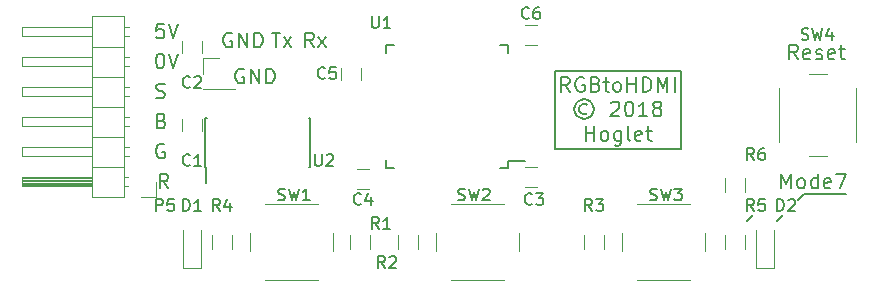
<source format=gto>
G04 #@! TF.FileFunction,Legend,Top*
%FSLAX46Y46*%
G04 Gerber Fmt 4.6, Leading zero omitted, Abs format (unit mm)*
G04 Created by KiCad (PCBNEW 4.0.7-e2-6376~58~ubuntu16.04.1) date Wed Jun 13 12:59:57 2018*
%MOMM*%
%LPD*%
G01*
G04 APERTURE LIST*
%ADD10C,0.100000*%
%ADD11C,0.200000*%
%ADD12C,0.150000*%
%ADD13C,0.120000*%
G04 APERTURE END LIST*
D10*
D11*
X72688000Y-46796960D02*
X76244000Y-46796960D01*
X72180000Y-47304960D02*
X72688000Y-46796960D01*
X70402000Y-49082960D02*
X70910000Y-48574960D01*
X68370000Y-48574960D02*
X67862000Y-49082960D01*
X67862000Y-49082960D02*
X68370000Y-48574960D01*
X70771429Y-46346436D02*
X70771429Y-45096436D01*
X71188096Y-45989293D01*
X71604762Y-45096436D01*
X71604762Y-46346436D01*
X72378571Y-46346436D02*
X72259524Y-46286912D01*
X72200000Y-46227389D01*
X72140476Y-46108341D01*
X72140476Y-45751198D01*
X72200000Y-45632150D01*
X72259524Y-45572627D01*
X72378571Y-45513103D01*
X72557143Y-45513103D01*
X72676191Y-45572627D01*
X72735714Y-45632150D01*
X72795238Y-45751198D01*
X72795238Y-46108341D01*
X72735714Y-46227389D01*
X72676191Y-46286912D01*
X72557143Y-46346436D01*
X72378571Y-46346436D01*
X73866666Y-46346436D02*
X73866666Y-45096436D01*
X73866666Y-46286912D02*
X73747619Y-46346436D01*
X73509523Y-46346436D01*
X73390476Y-46286912D01*
X73330952Y-46227389D01*
X73271428Y-46108341D01*
X73271428Y-45751198D01*
X73330952Y-45632150D01*
X73390476Y-45572627D01*
X73509523Y-45513103D01*
X73747619Y-45513103D01*
X73866666Y-45572627D01*
X74938095Y-46286912D02*
X74819047Y-46346436D01*
X74580952Y-46346436D01*
X74461904Y-46286912D01*
X74402380Y-46167865D01*
X74402380Y-45691674D01*
X74461904Y-45572627D01*
X74580952Y-45513103D01*
X74819047Y-45513103D01*
X74938095Y-45572627D01*
X74997618Y-45691674D01*
X74997618Y-45810722D01*
X74402380Y-45929770D01*
X75414285Y-45096436D02*
X76247619Y-45096436D01*
X75711904Y-46346436D01*
X24237619Y-33217960D02*
X24118571Y-33158436D01*
X23940000Y-33158436D01*
X23761428Y-33217960D01*
X23642381Y-33337008D01*
X23582857Y-33456055D01*
X23523333Y-33694150D01*
X23523333Y-33872722D01*
X23582857Y-34110817D01*
X23642381Y-34229865D01*
X23761428Y-34348912D01*
X23940000Y-34408436D01*
X24059048Y-34408436D01*
X24237619Y-34348912D01*
X24297143Y-34289389D01*
X24297143Y-33872722D01*
X24059048Y-33872722D01*
X24832857Y-34408436D02*
X24832857Y-33158436D01*
X25547143Y-34408436D01*
X25547143Y-33158436D01*
X26142381Y-34408436D02*
X26142381Y-33158436D01*
X26440000Y-33158436D01*
X26618572Y-33217960D01*
X26737619Y-33337008D01*
X26797143Y-33456055D01*
X26856667Y-33694150D01*
X26856667Y-33872722D01*
X26797143Y-34110817D01*
X26737619Y-34229865D01*
X26618572Y-34348912D01*
X26440000Y-34408436D01*
X26142381Y-34408436D01*
X62274000Y-36382960D02*
X62274000Y-42986960D01*
X51606000Y-36382960D02*
X51606000Y-42986960D01*
X25253619Y-36265960D02*
X25134571Y-36206436D01*
X24956000Y-36206436D01*
X24777428Y-36265960D01*
X24658381Y-36385008D01*
X24598857Y-36504055D01*
X24539333Y-36742150D01*
X24539333Y-36920722D01*
X24598857Y-37158817D01*
X24658381Y-37277865D01*
X24777428Y-37396912D01*
X24956000Y-37456436D01*
X25075048Y-37456436D01*
X25253619Y-37396912D01*
X25313143Y-37337389D01*
X25313143Y-36920722D01*
X25075048Y-36920722D01*
X25848857Y-37456436D02*
X25848857Y-36206436D01*
X26563143Y-37456436D01*
X26563143Y-36206436D01*
X27158381Y-37456436D02*
X27158381Y-36206436D01*
X27456000Y-36206436D01*
X27634572Y-36265960D01*
X27753619Y-36385008D01*
X27813143Y-36504055D01*
X27872667Y-36742150D01*
X27872667Y-36920722D01*
X27813143Y-37158817D01*
X27753619Y-37277865D01*
X27634572Y-37396912D01*
X27456000Y-37456436D01*
X27158381Y-37456436D01*
X51606000Y-42986960D02*
X62274000Y-42986960D01*
X62274000Y-36382960D02*
X51606000Y-36382960D01*
X52862620Y-38175436D02*
X52445953Y-37580198D01*
X52148334Y-38175436D02*
X52148334Y-36925436D01*
X52624525Y-36925436D01*
X52743572Y-36984960D01*
X52803096Y-37044484D01*
X52862620Y-37163531D01*
X52862620Y-37342103D01*
X52803096Y-37461150D01*
X52743572Y-37520674D01*
X52624525Y-37580198D01*
X52148334Y-37580198D01*
X54053096Y-36984960D02*
X53934048Y-36925436D01*
X53755477Y-36925436D01*
X53576905Y-36984960D01*
X53457858Y-37104008D01*
X53398334Y-37223055D01*
X53338810Y-37461150D01*
X53338810Y-37639722D01*
X53398334Y-37877817D01*
X53457858Y-37996865D01*
X53576905Y-38115912D01*
X53755477Y-38175436D01*
X53874525Y-38175436D01*
X54053096Y-38115912D01*
X54112620Y-38056389D01*
X54112620Y-37639722D01*
X53874525Y-37639722D01*
X55065001Y-37520674D02*
X55243572Y-37580198D01*
X55303096Y-37639722D01*
X55362620Y-37758770D01*
X55362620Y-37937341D01*
X55303096Y-38056389D01*
X55243572Y-38115912D01*
X55124525Y-38175436D01*
X54648334Y-38175436D01*
X54648334Y-36925436D01*
X55065001Y-36925436D01*
X55184048Y-36984960D01*
X55243572Y-37044484D01*
X55303096Y-37163531D01*
X55303096Y-37282579D01*
X55243572Y-37401627D01*
X55184048Y-37461150D01*
X55065001Y-37520674D01*
X54648334Y-37520674D01*
X55719763Y-37342103D02*
X56195953Y-37342103D01*
X55898334Y-36925436D02*
X55898334Y-37996865D01*
X55957858Y-38115912D01*
X56076905Y-38175436D01*
X56195953Y-38175436D01*
X56791191Y-38175436D02*
X56672144Y-38115912D01*
X56612620Y-38056389D01*
X56553096Y-37937341D01*
X56553096Y-37580198D01*
X56612620Y-37461150D01*
X56672144Y-37401627D01*
X56791191Y-37342103D01*
X56969763Y-37342103D01*
X57088811Y-37401627D01*
X57148334Y-37461150D01*
X57207858Y-37580198D01*
X57207858Y-37937341D01*
X57148334Y-38056389D01*
X57088811Y-38115912D01*
X56969763Y-38175436D01*
X56791191Y-38175436D01*
X57743572Y-38175436D02*
X57743572Y-36925436D01*
X57743572Y-37520674D02*
X58457858Y-37520674D01*
X58457858Y-38175436D02*
X58457858Y-36925436D01*
X59053096Y-38175436D02*
X59053096Y-36925436D01*
X59350715Y-36925436D01*
X59529287Y-36984960D01*
X59648334Y-37104008D01*
X59707858Y-37223055D01*
X59767382Y-37461150D01*
X59767382Y-37639722D01*
X59707858Y-37877817D01*
X59648334Y-37996865D01*
X59529287Y-38115912D01*
X59350715Y-38175436D01*
X59053096Y-38175436D01*
X60303096Y-38175436D02*
X60303096Y-36925436D01*
X60719763Y-37818293D01*
X61136429Y-36925436D01*
X61136429Y-38175436D01*
X61731667Y-38175436D02*
X61731667Y-36925436D01*
X54320953Y-39298055D02*
X54201905Y-39238531D01*
X53963810Y-39238531D01*
X53844762Y-39298055D01*
X53725715Y-39417103D01*
X53666191Y-39536150D01*
X53666191Y-39774246D01*
X53725715Y-39893293D01*
X53844762Y-40012341D01*
X53963810Y-40071865D01*
X54201905Y-40071865D01*
X54320953Y-40012341D01*
X54082858Y-38821865D02*
X53785239Y-38881389D01*
X53487619Y-39059960D01*
X53309048Y-39357579D01*
X53249524Y-39655198D01*
X53309048Y-39952817D01*
X53487619Y-40250436D01*
X53785239Y-40429008D01*
X54082858Y-40488531D01*
X54380477Y-40429008D01*
X54678096Y-40250436D01*
X54856667Y-39952817D01*
X54916191Y-39655198D01*
X54856667Y-39357579D01*
X54678096Y-39059960D01*
X54380477Y-38881389D01*
X54082858Y-38821865D01*
X56344762Y-39119484D02*
X56404286Y-39059960D01*
X56523334Y-39000436D01*
X56820953Y-39000436D01*
X56940000Y-39059960D01*
X56999524Y-39119484D01*
X57059048Y-39238531D01*
X57059048Y-39357579D01*
X56999524Y-39536150D01*
X56285238Y-40250436D01*
X57059048Y-40250436D01*
X57832857Y-39000436D02*
X57951905Y-39000436D01*
X58070953Y-39059960D01*
X58130476Y-39119484D01*
X58190000Y-39238531D01*
X58249524Y-39476627D01*
X58249524Y-39774246D01*
X58190000Y-40012341D01*
X58130476Y-40131389D01*
X58070953Y-40190912D01*
X57951905Y-40250436D01*
X57832857Y-40250436D01*
X57713810Y-40190912D01*
X57654286Y-40131389D01*
X57594762Y-40012341D01*
X57535238Y-39774246D01*
X57535238Y-39476627D01*
X57594762Y-39238531D01*
X57654286Y-39119484D01*
X57713810Y-39059960D01*
X57832857Y-39000436D01*
X59440000Y-40250436D02*
X58725714Y-40250436D01*
X59082857Y-40250436D02*
X59082857Y-39000436D01*
X58963809Y-39179008D01*
X58844762Y-39298055D01*
X58725714Y-39357579D01*
X60154285Y-39536150D02*
X60035238Y-39476627D01*
X59975714Y-39417103D01*
X59916190Y-39298055D01*
X59916190Y-39238531D01*
X59975714Y-39119484D01*
X60035238Y-39059960D01*
X60154285Y-39000436D01*
X60392381Y-39000436D01*
X60511428Y-39059960D01*
X60570952Y-39119484D01*
X60630476Y-39238531D01*
X60630476Y-39298055D01*
X60570952Y-39417103D01*
X60511428Y-39476627D01*
X60392381Y-39536150D01*
X60154285Y-39536150D01*
X60035238Y-39595674D01*
X59975714Y-39655198D01*
X59916190Y-39774246D01*
X59916190Y-40012341D01*
X59975714Y-40131389D01*
X60035238Y-40190912D01*
X60154285Y-40250436D01*
X60392381Y-40250436D01*
X60511428Y-40190912D01*
X60570952Y-40131389D01*
X60630476Y-40012341D01*
X60630476Y-39774246D01*
X60570952Y-39655198D01*
X60511428Y-39595674D01*
X60392381Y-39536150D01*
X54231667Y-42325436D02*
X54231667Y-41075436D01*
X54231667Y-41670674D02*
X54945953Y-41670674D01*
X54945953Y-42325436D02*
X54945953Y-41075436D01*
X55719762Y-42325436D02*
X55600715Y-42265912D01*
X55541191Y-42206389D01*
X55481667Y-42087341D01*
X55481667Y-41730198D01*
X55541191Y-41611150D01*
X55600715Y-41551627D01*
X55719762Y-41492103D01*
X55898334Y-41492103D01*
X56017382Y-41551627D01*
X56076905Y-41611150D01*
X56136429Y-41730198D01*
X56136429Y-42087341D01*
X56076905Y-42206389D01*
X56017382Y-42265912D01*
X55898334Y-42325436D01*
X55719762Y-42325436D01*
X57207857Y-41492103D02*
X57207857Y-42504008D01*
X57148334Y-42623055D01*
X57088810Y-42682579D01*
X56969762Y-42742103D01*
X56791191Y-42742103D01*
X56672143Y-42682579D01*
X57207857Y-42265912D02*
X57088810Y-42325436D01*
X56850714Y-42325436D01*
X56731667Y-42265912D01*
X56672143Y-42206389D01*
X56612619Y-42087341D01*
X56612619Y-41730198D01*
X56672143Y-41611150D01*
X56731667Y-41551627D01*
X56850714Y-41492103D01*
X57088810Y-41492103D01*
X57207857Y-41551627D01*
X57981666Y-42325436D02*
X57862619Y-42265912D01*
X57803095Y-42146865D01*
X57803095Y-41075436D01*
X58934048Y-42265912D02*
X58815000Y-42325436D01*
X58576905Y-42325436D01*
X58457857Y-42265912D01*
X58398333Y-42146865D01*
X58398333Y-41670674D01*
X58457857Y-41551627D01*
X58576905Y-41492103D01*
X58815000Y-41492103D01*
X58934048Y-41551627D01*
X58993571Y-41670674D01*
X58993571Y-41789722D01*
X58398333Y-41908770D01*
X59350715Y-41492103D02*
X59826905Y-41492103D01*
X59529286Y-41075436D02*
X59529286Y-42146865D01*
X59588810Y-42265912D01*
X59707857Y-42325436D01*
X59826905Y-42325436D01*
X72156381Y-35424436D02*
X71739714Y-34829198D01*
X71442095Y-35424436D02*
X71442095Y-34174436D01*
X71918286Y-34174436D01*
X72037333Y-34233960D01*
X72096857Y-34293484D01*
X72156381Y-34412531D01*
X72156381Y-34591103D01*
X72096857Y-34710150D01*
X72037333Y-34769674D01*
X71918286Y-34829198D01*
X71442095Y-34829198D01*
X73168286Y-35364912D02*
X73049238Y-35424436D01*
X72811143Y-35424436D01*
X72692095Y-35364912D01*
X72632571Y-35245865D01*
X72632571Y-34769674D01*
X72692095Y-34650627D01*
X72811143Y-34591103D01*
X73049238Y-34591103D01*
X73168286Y-34650627D01*
X73227809Y-34769674D01*
X73227809Y-34888722D01*
X72632571Y-35007770D01*
X73704000Y-35364912D02*
X73823048Y-35424436D01*
X74061143Y-35424436D01*
X74180191Y-35364912D01*
X74239715Y-35245865D01*
X74239715Y-35186341D01*
X74180191Y-35067293D01*
X74061143Y-35007770D01*
X73882572Y-35007770D01*
X73763524Y-34948246D01*
X73704000Y-34829198D01*
X73704000Y-34769674D01*
X73763524Y-34650627D01*
X73882572Y-34591103D01*
X74061143Y-34591103D01*
X74180191Y-34650627D01*
X75251620Y-35364912D02*
X75132572Y-35424436D01*
X74894477Y-35424436D01*
X74775429Y-35364912D01*
X74715905Y-35245865D01*
X74715905Y-34769674D01*
X74775429Y-34650627D01*
X74894477Y-34591103D01*
X75132572Y-34591103D01*
X75251620Y-34650627D01*
X75311143Y-34769674D01*
X75311143Y-34888722D01*
X74715905Y-35007770D01*
X75668287Y-34591103D02*
X76144477Y-34591103D01*
X75846858Y-34174436D02*
X75846858Y-35245865D01*
X75906382Y-35364912D01*
X76025429Y-35424436D01*
X76144477Y-35424436D01*
X27628905Y-33158436D02*
X28343190Y-33158436D01*
X27986047Y-34408436D02*
X27986047Y-33158436D01*
X28640809Y-34408436D02*
X29295571Y-33575103D01*
X28640809Y-33575103D02*
X29295571Y-34408436D01*
X31166953Y-34408436D02*
X30750286Y-33813198D01*
X30452667Y-34408436D02*
X30452667Y-33158436D01*
X30928858Y-33158436D01*
X31047905Y-33217960D01*
X31107429Y-33277484D01*
X31166953Y-33396531D01*
X31166953Y-33575103D01*
X31107429Y-33694150D01*
X31047905Y-33753674D01*
X30928858Y-33813198D01*
X30452667Y-33813198D01*
X31583619Y-34408436D02*
X32238381Y-33575103D01*
X31583619Y-33575103D02*
X32238381Y-34408436D01*
X18474905Y-32396436D02*
X17879667Y-32396436D01*
X17820143Y-32991674D01*
X17879667Y-32932150D01*
X17998715Y-32872627D01*
X18296334Y-32872627D01*
X18415381Y-32932150D01*
X18474905Y-32991674D01*
X18534429Y-33110722D01*
X18534429Y-33408341D01*
X18474905Y-33527389D01*
X18415381Y-33586912D01*
X18296334Y-33646436D01*
X17998715Y-33646436D01*
X17879667Y-33586912D01*
X17820143Y-33527389D01*
X18891572Y-32396436D02*
X19308238Y-33646436D01*
X19724905Y-32396436D01*
X18117762Y-34936436D02*
X18236810Y-34936436D01*
X18355858Y-34995960D01*
X18415381Y-35055484D01*
X18474905Y-35174531D01*
X18534429Y-35412627D01*
X18534429Y-35710246D01*
X18474905Y-35948341D01*
X18415381Y-36067389D01*
X18355858Y-36126912D01*
X18236810Y-36186436D01*
X18117762Y-36186436D01*
X17998715Y-36126912D01*
X17939191Y-36067389D01*
X17879667Y-35948341D01*
X17820143Y-35710246D01*
X17820143Y-35412627D01*
X17879667Y-35174531D01*
X17939191Y-35055484D01*
X17998715Y-34995960D01*
X18117762Y-34936436D01*
X18891572Y-34936436D02*
X19308238Y-36186436D01*
X19724905Y-34936436D01*
X17847857Y-38666912D02*
X18026429Y-38726436D01*
X18324048Y-38726436D01*
X18443095Y-38666912D01*
X18502619Y-38607389D01*
X18562143Y-38488341D01*
X18562143Y-38369293D01*
X18502619Y-38250246D01*
X18443095Y-38190722D01*
X18324048Y-38131198D01*
X18085952Y-38071674D01*
X17966905Y-38012150D01*
X17907381Y-37952627D01*
X17847857Y-37833579D01*
X17847857Y-37714531D01*
X17907381Y-37595484D01*
X17966905Y-37535960D01*
X18085952Y-37476436D01*
X18383572Y-37476436D01*
X18562143Y-37535960D01*
X18294286Y-40611674D02*
X18472857Y-40671198D01*
X18532381Y-40730722D01*
X18591905Y-40849770D01*
X18591905Y-41028341D01*
X18532381Y-41147389D01*
X18472857Y-41206912D01*
X18353810Y-41266436D01*
X17877619Y-41266436D01*
X17877619Y-40016436D01*
X18294286Y-40016436D01*
X18413333Y-40075960D01*
X18472857Y-40135484D01*
X18532381Y-40254531D01*
X18532381Y-40373579D01*
X18472857Y-40492627D01*
X18413333Y-40552150D01*
X18294286Y-40611674D01*
X17877619Y-40611674D01*
X18532381Y-42615960D02*
X18413333Y-42556436D01*
X18234762Y-42556436D01*
X18056190Y-42615960D01*
X17937143Y-42735008D01*
X17877619Y-42854055D01*
X17818095Y-43092150D01*
X17818095Y-43270722D01*
X17877619Y-43508817D01*
X17937143Y-43627865D01*
X18056190Y-43746912D01*
X18234762Y-43806436D01*
X18353810Y-43806436D01*
X18532381Y-43746912D01*
X18591905Y-43687389D01*
X18591905Y-43270722D01*
X18353810Y-43270722D01*
X18845905Y-46346436D02*
X18429238Y-45751198D01*
X18131619Y-46346436D02*
X18131619Y-45096436D01*
X18607810Y-45096436D01*
X18726857Y-45155960D01*
X18786381Y-45215484D01*
X18845905Y-45334531D01*
X18845905Y-45513103D01*
X18786381Y-45632150D01*
X18726857Y-45691674D01*
X18607810Y-45751198D01*
X18131619Y-45751198D01*
D12*
X22010000Y-44553960D02*
X22035000Y-44553960D01*
X22010000Y-40403960D02*
X22125000Y-40403960D01*
X30910000Y-40403960D02*
X30795000Y-40403960D01*
X30910000Y-44553960D02*
X30795000Y-44553960D01*
X22010000Y-44553960D02*
X22010000Y-40403960D01*
X30910000Y-44553960D02*
X30910000Y-40403960D01*
X22035000Y-44553960D02*
X22035000Y-45928960D01*
X47637000Y-44605960D02*
X47637000Y-44005960D01*
X37287000Y-44605960D02*
X37287000Y-43935960D01*
X37287000Y-34255960D02*
X37287000Y-34925960D01*
X47637000Y-34255960D02*
X47637000Y-34925960D01*
X47637000Y-44605960D02*
X46967000Y-44605960D01*
X47637000Y-34255960D02*
X46967000Y-34255960D01*
X37287000Y-34255960D02*
X37957000Y-34255960D01*
X37287000Y-44605960D02*
X37957000Y-44605960D01*
X47637000Y-44005960D02*
X49112000Y-44005960D01*
D13*
X70617000Y-37890960D02*
X70617000Y-42390960D01*
X74617000Y-36640960D02*
X73117000Y-36640960D01*
X77117000Y-42390960D02*
X77117000Y-37890960D01*
X73117000Y-43640960D02*
X74617000Y-43640960D01*
X21722000Y-41454960D02*
X21722000Y-40454960D01*
X20022000Y-40454960D02*
X20022000Y-41454960D01*
X21722000Y-34850960D02*
X21722000Y-33850960D01*
X20022000Y-33850960D02*
X20022000Y-34850960D01*
X49074000Y-46249960D02*
X50074000Y-46249960D01*
X50074000Y-44549960D02*
X49074000Y-44549960D01*
X34850000Y-46376960D02*
X35850000Y-46376960D01*
X35850000Y-44676960D02*
X34850000Y-44676960D01*
X33484000Y-36136960D02*
X33484000Y-37136960D01*
X35184000Y-37136960D02*
X35184000Y-36136960D01*
X50074000Y-32484960D02*
X49074000Y-32484960D01*
X49074000Y-34184960D02*
X50074000Y-34184960D01*
X35976000Y-50260960D02*
X35976000Y-51460960D01*
X34216000Y-51460960D02*
X34216000Y-50260960D01*
X40040000Y-50260960D02*
X40040000Y-51460960D01*
X38280000Y-51460960D02*
X38280000Y-50260960D01*
X55788000Y-50260960D02*
X55788000Y-51460960D01*
X54028000Y-51460960D02*
X54028000Y-50260960D01*
X31556000Y-47646960D02*
X27056000Y-47646960D01*
X32806000Y-51646960D02*
X32806000Y-50146960D01*
X27056000Y-54146960D02*
X31556000Y-54146960D01*
X25806000Y-50146960D02*
X25806000Y-51646960D01*
X47304000Y-47646960D02*
X42804000Y-47646960D01*
X48554000Y-51646960D02*
X48554000Y-50146960D01*
X42804000Y-54146960D02*
X47304000Y-54146960D01*
X41554000Y-50146960D02*
X41554000Y-51646960D01*
X63052000Y-47646960D02*
X58552000Y-47646960D01*
X64302000Y-51646960D02*
X64302000Y-50146960D01*
X58552000Y-54146960D02*
X63052000Y-54146960D01*
X57302000Y-50146960D02*
X57302000Y-51646960D01*
X15114000Y-47110960D02*
X15114000Y-31750960D01*
X15114000Y-31750960D02*
X12454000Y-31750960D01*
X12454000Y-31750960D02*
X12454000Y-47110960D01*
X12454000Y-47110960D02*
X15114000Y-47110960D01*
X12454000Y-46160960D02*
X6454000Y-46160960D01*
X6454000Y-46160960D02*
X6454000Y-45400960D01*
X6454000Y-45400960D02*
X12454000Y-45400960D01*
X12454000Y-46100960D02*
X6454000Y-46100960D01*
X12454000Y-45980960D02*
X6454000Y-45980960D01*
X12454000Y-45860960D02*
X6454000Y-45860960D01*
X12454000Y-45740960D02*
X6454000Y-45740960D01*
X12454000Y-45620960D02*
X6454000Y-45620960D01*
X12454000Y-45500960D02*
X6454000Y-45500960D01*
X15444000Y-46160960D02*
X15114000Y-46160960D01*
X15444000Y-45400960D02*
X15114000Y-45400960D01*
X15114000Y-44510960D02*
X12454000Y-44510960D01*
X12454000Y-43620960D02*
X6454000Y-43620960D01*
X6454000Y-43620960D02*
X6454000Y-42860960D01*
X6454000Y-42860960D02*
X12454000Y-42860960D01*
X15511071Y-43620960D02*
X15114000Y-43620960D01*
X15511071Y-42860960D02*
X15114000Y-42860960D01*
X15114000Y-41970960D02*
X12454000Y-41970960D01*
X12454000Y-41080960D02*
X6454000Y-41080960D01*
X6454000Y-41080960D02*
X6454000Y-40320960D01*
X6454000Y-40320960D02*
X12454000Y-40320960D01*
X15511071Y-41080960D02*
X15114000Y-41080960D01*
X15511071Y-40320960D02*
X15114000Y-40320960D01*
X15114000Y-39430960D02*
X12454000Y-39430960D01*
X12454000Y-38540960D02*
X6454000Y-38540960D01*
X6454000Y-38540960D02*
X6454000Y-37780960D01*
X6454000Y-37780960D02*
X12454000Y-37780960D01*
X15511071Y-38540960D02*
X15114000Y-38540960D01*
X15511071Y-37780960D02*
X15114000Y-37780960D01*
X15114000Y-36890960D02*
X12454000Y-36890960D01*
X12454000Y-36000960D02*
X6454000Y-36000960D01*
X6454000Y-36000960D02*
X6454000Y-35240960D01*
X6454000Y-35240960D02*
X12454000Y-35240960D01*
X15511071Y-36000960D02*
X15114000Y-36000960D01*
X15511071Y-35240960D02*
X15114000Y-35240960D01*
X15114000Y-34350960D02*
X12454000Y-34350960D01*
X12454000Y-33460960D02*
X6454000Y-33460960D01*
X6454000Y-33460960D02*
X6454000Y-32700960D01*
X6454000Y-32700960D02*
X12454000Y-32700960D01*
X15511071Y-33460960D02*
X15114000Y-33460960D01*
X15511071Y-32700960D02*
X15114000Y-32700960D01*
X17824000Y-45780960D02*
X17824000Y-47050960D01*
X17824000Y-47050960D02*
X16554000Y-47050960D01*
X22532000Y-51460960D02*
X22532000Y-50260960D01*
X24292000Y-50260960D02*
X24292000Y-51460960D01*
X65966000Y-51460960D02*
X65966000Y-50260960D01*
X67726000Y-50260960D02*
X67726000Y-51460960D01*
X21622000Y-49860960D02*
X21622000Y-53060960D01*
X20122000Y-53060960D02*
X20122000Y-49860960D01*
X20122000Y-53060960D02*
X21622000Y-53060960D01*
X70136000Y-49860960D02*
X70136000Y-53060960D01*
X68636000Y-53060960D02*
X68636000Y-49860960D01*
X68636000Y-53060960D02*
X70136000Y-53060960D01*
X21828000Y-37966960D02*
X24488000Y-37966960D01*
X21828000Y-37906960D02*
X21828000Y-37966960D01*
X24488000Y-37906960D02*
X24488000Y-37966960D01*
X21828000Y-37906960D02*
X24488000Y-37906960D01*
X21828000Y-36636960D02*
X21828000Y-35306960D01*
X21828000Y-35306960D02*
X23158000Y-35306960D01*
X65966000Y-46634960D02*
X65966000Y-45434960D01*
X67726000Y-45434960D02*
X67726000Y-46634960D01*
D12*
X31286095Y-43455341D02*
X31286095Y-44264865D01*
X31333714Y-44360103D01*
X31381333Y-44407722D01*
X31476571Y-44455341D01*
X31667048Y-44455341D01*
X31762286Y-44407722D01*
X31809905Y-44360103D01*
X31857524Y-44264865D01*
X31857524Y-43455341D01*
X32286095Y-43550579D02*
X32333714Y-43502960D01*
X32428952Y-43455341D01*
X32667048Y-43455341D01*
X32762286Y-43502960D01*
X32809905Y-43550579D01*
X32857524Y-43645817D01*
X32857524Y-43741055D01*
X32809905Y-43883912D01*
X32238476Y-44455341D01*
X32857524Y-44455341D01*
X36112095Y-31771341D02*
X36112095Y-32580865D01*
X36159714Y-32676103D01*
X36207333Y-32723722D01*
X36302571Y-32771341D01*
X36493048Y-32771341D01*
X36588286Y-32723722D01*
X36635905Y-32676103D01*
X36683524Y-32580865D01*
X36683524Y-31771341D01*
X37683524Y-32771341D02*
X37112095Y-32771341D01*
X37397809Y-32771341D02*
X37397809Y-31771341D01*
X37302571Y-31914198D01*
X37207333Y-32009436D01*
X37112095Y-32057055D01*
X72497667Y-33739722D02*
X72640524Y-33787341D01*
X72878620Y-33787341D01*
X72973858Y-33739722D01*
X73021477Y-33692103D01*
X73069096Y-33596865D01*
X73069096Y-33501627D01*
X73021477Y-33406389D01*
X72973858Y-33358770D01*
X72878620Y-33311150D01*
X72688143Y-33263531D01*
X72592905Y-33215912D01*
X72545286Y-33168293D01*
X72497667Y-33073055D01*
X72497667Y-32977817D01*
X72545286Y-32882579D01*
X72592905Y-32834960D01*
X72688143Y-32787341D01*
X72926239Y-32787341D01*
X73069096Y-32834960D01*
X73402429Y-32787341D02*
X73640524Y-33787341D01*
X73831001Y-33073055D01*
X74021477Y-33787341D01*
X74259572Y-32787341D01*
X75069096Y-33120674D02*
X75069096Y-33787341D01*
X74831000Y-32739722D02*
X74592905Y-33454008D01*
X75211953Y-33454008D01*
X20705334Y-44360103D02*
X20657715Y-44407722D01*
X20514858Y-44455341D01*
X20419620Y-44455341D01*
X20276762Y-44407722D01*
X20181524Y-44312484D01*
X20133905Y-44217246D01*
X20086286Y-44026770D01*
X20086286Y-43883912D01*
X20133905Y-43693436D01*
X20181524Y-43598198D01*
X20276762Y-43502960D01*
X20419620Y-43455341D01*
X20514858Y-43455341D01*
X20657715Y-43502960D01*
X20705334Y-43550579D01*
X21657715Y-44455341D02*
X21086286Y-44455341D01*
X21372000Y-44455341D02*
X21372000Y-43455341D01*
X21276762Y-43598198D01*
X21181524Y-43693436D01*
X21086286Y-43741055D01*
X20705334Y-37756103D02*
X20657715Y-37803722D01*
X20514858Y-37851341D01*
X20419620Y-37851341D01*
X20276762Y-37803722D01*
X20181524Y-37708484D01*
X20133905Y-37613246D01*
X20086286Y-37422770D01*
X20086286Y-37279912D01*
X20133905Y-37089436D01*
X20181524Y-36994198D01*
X20276762Y-36898960D01*
X20419620Y-36851341D01*
X20514858Y-36851341D01*
X20657715Y-36898960D01*
X20705334Y-36946579D01*
X21086286Y-36946579D02*
X21133905Y-36898960D01*
X21229143Y-36851341D01*
X21467239Y-36851341D01*
X21562477Y-36898960D01*
X21610096Y-36946579D01*
X21657715Y-37041817D01*
X21657715Y-37137055D01*
X21610096Y-37279912D01*
X21038667Y-37851341D01*
X21657715Y-37851341D01*
X49661334Y-47662103D02*
X49613715Y-47709722D01*
X49470858Y-47757341D01*
X49375620Y-47757341D01*
X49232762Y-47709722D01*
X49137524Y-47614484D01*
X49089905Y-47519246D01*
X49042286Y-47328770D01*
X49042286Y-47185912D01*
X49089905Y-46995436D01*
X49137524Y-46900198D01*
X49232762Y-46804960D01*
X49375620Y-46757341D01*
X49470858Y-46757341D01*
X49613715Y-46804960D01*
X49661334Y-46852579D01*
X49994667Y-46757341D02*
X50613715Y-46757341D01*
X50280381Y-47138293D01*
X50423239Y-47138293D01*
X50518477Y-47185912D01*
X50566096Y-47233531D01*
X50613715Y-47328770D01*
X50613715Y-47566865D01*
X50566096Y-47662103D01*
X50518477Y-47709722D01*
X50423239Y-47757341D01*
X50137524Y-47757341D01*
X50042286Y-47709722D01*
X49994667Y-47662103D01*
X35183334Y-47662103D02*
X35135715Y-47709722D01*
X34992858Y-47757341D01*
X34897620Y-47757341D01*
X34754762Y-47709722D01*
X34659524Y-47614484D01*
X34611905Y-47519246D01*
X34564286Y-47328770D01*
X34564286Y-47185912D01*
X34611905Y-46995436D01*
X34659524Y-46900198D01*
X34754762Y-46804960D01*
X34897620Y-46757341D01*
X34992858Y-46757341D01*
X35135715Y-46804960D01*
X35183334Y-46852579D01*
X36040477Y-47090674D02*
X36040477Y-47757341D01*
X35802381Y-46709722D02*
X35564286Y-47424008D01*
X36183334Y-47424008D01*
X32135334Y-36994103D02*
X32087715Y-37041722D01*
X31944858Y-37089341D01*
X31849620Y-37089341D01*
X31706762Y-37041722D01*
X31611524Y-36946484D01*
X31563905Y-36851246D01*
X31516286Y-36660770D01*
X31516286Y-36517912D01*
X31563905Y-36327436D01*
X31611524Y-36232198D01*
X31706762Y-36136960D01*
X31849620Y-36089341D01*
X31944858Y-36089341D01*
X32087715Y-36136960D01*
X32135334Y-36184579D01*
X33040096Y-36089341D02*
X32563905Y-36089341D01*
X32516286Y-36565531D01*
X32563905Y-36517912D01*
X32659143Y-36470293D01*
X32897239Y-36470293D01*
X32992477Y-36517912D01*
X33040096Y-36565531D01*
X33087715Y-36660770D01*
X33087715Y-36898865D01*
X33040096Y-36994103D01*
X32992477Y-37041722D01*
X32897239Y-37089341D01*
X32659143Y-37089341D01*
X32563905Y-37041722D01*
X32516286Y-36994103D01*
X49407334Y-31914103D02*
X49359715Y-31961722D01*
X49216858Y-32009341D01*
X49121620Y-32009341D01*
X48978762Y-31961722D01*
X48883524Y-31866484D01*
X48835905Y-31771246D01*
X48788286Y-31580770D01*
X48788286Y-31437912D01*
X48835905Y-31247436D01*
X48883524Y-31152198D01*
X48978762Y-31056960D01*
X49121620Y-31009341D01*
X49216858Y-31009341D01*
X49359715Y-31056960D01*
X49407334Y-31104579D01*
X50264477Y-31009341D02*
X50074000Y-31009341D01*
X49978762Y-31056960D01*
X49931143Y-31104579D01*
X49835905Y-31247436D01*
X49788286Y-31437912D01*
X49788286Y-31818865D01*
X49835905Y-31914103D01*
X49883524Y-31961722D01*
X49978762Y-32009341D01*
X50169239Y-32009341D01*
X50264477Y-31961722D01*
X50312096Y-31914103D01*
X50359715Y-31818865D01*
X50359715Y-31580770D01*
X50312096Y-31485531D01*
X50264477Y-31437912D01*
X50169239Y-31390293D01*
X49978762Y-31390293D01*
X49883524Y-31437912D01*
X49835905Y-31485531D01*
X49788286Y-31580770D01*
X36707334Y-49789341D02*
X36374000Y-49313150D01*
X36135905Y-49789341D02*
X36135905Y-48789341D01*
X36516858Y-48789341D01*
X36612096Y-48836960D01*
X36659715Y-48884579D01*
X36707334Y-48979817D01*
X36707334Y-49122674D01*
X36659715Y-49217912D01*
X36612096Y-49265531D01*
X36516858Y-49313150D01*
X36135905Y-49313150D01*
X37659715Y-49789341D02*
X37088286Y-49789341D01*
X37374000Y-49789341D02*
X37374000Y-48789341D01*
X37278762Y-48932198D01*
X37183524Y-49027436D01*
X37088286Y-49075055D01*
X37215334Y-53091341D02*
X36882000Y-52615150D01*
X36643905Y-53091341D02*
X36643905Y-52091341D01*
X37024858Y-52091341D01*
X37120096Y-52138960D01*
X37167715Y-52186579D01*
X37215334Y-52281817D01*
X37215334Y-52424674D01*
X37167715Y-52519912D01*
X37120096Y-52567531D01*
X37024858Y-52615150D01*
X36643905Y-52615150D01*
X37596286Y-52186579D02*
X37643905Y-52138960D01*
X37739143Y-52091341D01*
X37977239Y-52091341D01*
X38072477Y-52138960D01*
X38120096Y-52186579D01*
X38167715Y-52281817D01*
X38167715Y-52377055D01*
X38120096Y-52519912D01*
X37548667Y-53091341D01*
X38167715Y-53091341D01*
X54741334Y-48265341D02*
X54408000Y-47789150D01*
X54169905Y-48265341D02*
X54169905Y-47265341D01*
X54550858Y-47265341D01*
X54646096Y-47312960D01*
X54693715Y-47360579D01*
X54741334Y-47455817D01*
X54741334Y-47598674D01*
X54693715Y-47693912D01*
X54646096Y-47741531D01*
X54550858Y-47789150D01*
X54169905Y-47789150D01*
X55074667Y-47265341D02*
X55693715Y-47265341D01*
X55360381Y-47646293D01*
X55503239Y-47646293D01*
X55598477Y-47693912D01*
X55646096Y-47741531D01*
X55693715Y-47836770D01*
X55693715Y-48074865D01*
X55646096Y-48170103D01*
X55598477Y-48217722D01*
X55503239Y-48265341D01*
X55217524Y-48265341D01*
X55122286Y-48217722D01*
X55074667Y-48170103D01*
X28174667Y-47328722D02*
X28317524Y-47376341D01*
X28555620Y-47376341D01*
X28650858Y-47328722D01*
X28698477Y-47281103D01*
X28746096Y-47185865D01*
X28746096Y-47090627D01*
X28698477Y-46995389D01*
X28650858Y-46947770D01*
X28555620Y-46900150D01*
X28365143Y-46852531D01*
X28269905Y-46804912D01*
X28222286Y-46757293D01*
X28174667Y-46662055D01*
X28174667Y-46566817D01*
X28222286Y-46471579D01*
X28269905Y-46423960D01*
X28365143Y-46376341D01*
X28603239Y-46376341D01*
X28746096Y-46423960D01*
X29079429Y-46376341D02*
X29317524Y-47376341D01*
X29508001Y-46662055D01*
X29698477Y-47376341D01*
X29936572Y-46376341D01*
X30841334Y-47376341D02*
X30269905Y-47376341D01*
X30555619Y-47376341D02*
X30555619Y-46376341D01*
X30460381Y-46519198D01*
X30365143Y-46614436D01*
X30269905Y-46662055D01*
X43414667Y-47328722D02*
X43557524Y-47376341D01*
X43795620Y-47376341D01*
X43890858Y-47328722D01*
X43938477Y-47281103D01*
X43986096Y-47185865D01*
X43986096Y-47090627D01*
X43938477Y-46995389D01*
X43890858Y-46947770D01*
X43795620Y-46900150D01*
X43605143Y-46852531D01*
X43509905Y-46804912D01*
X43462286Y-46757293D01*
X43414667Y-46662055D01*
X43414667Y-46566817D01*
X43462286Y-46471579D01*
X43509905Y-46423960D01*
X43605143Y-46376341D01*
X43843239Y-46376341D01*
X43986096Y-46423960D01*
X44319429Y-46376341D02*
X44557524Y-47376341D01*
X44748001Y-46662055D01*
X44938477Y-47376341D01*
X45176572Y-46376341D01*
X45509905Y-46471579D02*
X45557524Y-46423960D01*
X45652762Y-46376341D01*
X45890858Y-46376341D01*
X45986096Y-46423960D01*
X46033715Y-46471579D01*
X46081334Y-46566817D01*
X46081334Y-46662055D01*
X46033715Y-46804912D01*
X45462286Y-47376341D01*
X46081334Y-47376341D01*
X59670667Y-47328722D02*
X59813524Y-47376341D01*
X60051620Y-47376341D01*
X60146858Y-47328722D01*
X60194477Y-47281103D01*
X60242096Y-47185865D01*
X60242096Y-47090627D01*
X60194477Y-46995389D01*
X60146858Y-46947770D01*
X60051620Y-46900150D01*
X59861143Y-46852531D01*
X59765905Y-46804912D01*
X59718286Y-46757293D01*
X59670667Y-46662055D01*
X59670667Y-46566817D01*
X59718286Y-46471579D01*
X59765905Y-46423960D01*
X59861143Y-46376341D01*
X60099239Y-46376341D01*
X60242096Y-46423960D01*
X60575429Y-46376341D02*
X60813524Y-47376341D01*
X61004001Y-46662055D01*
X61194477Y-47376341D01*
X61432572Y-46376341D01*
X61718286Y-46376341D02*
X62337334Y-46376341D01*
X62004000Y-46757293D01*
X62146858Y-46757293D01*
X62242096Y-46804912D01*
X62289715Y-46852531D01*
X62337334Y-46947770D01*
X62337334Y-47185865D01*
X62289715Y-47281103D01*
X62242096Y-47328722D01*
X62146858Y-47376341D01*
X61861143Y-47376341D01*
X61765905Y-47328722D01*
X61718286Y-47281103D01*
X17847905Y-48265341D02*
X17847905Y-47265341D01*
X18228858Y-47265341D01*
X18324096Y-47312960D01*
X18371715Y-47360579D01*
X18419334Y-47455817D01*
X18419334Y-47598674D01*
X18371715Y-47693912D01*
X18324096Y-47741531D01*
X18228858Y-47789150D01*
X17847905Y-47789150D01*
X19324096Y-47265341D02*
X18847905Y-47265341D01*
X18800286Y-47741531D01*
X18847905Y-47693912D01*
X18943143Y-47646293D01*
X19181239Y-47646293D01*
X19276477Y-47693912D01*
X19324096Y-47741531D01*
X19371715Y-47836770D01*
X19371715Y-48074865D01*
X19324096Y-48170103D01*
X19276477Y-48217722D01*
X19181239Y-48265341D01*
X18943143Y-48265341D01*
X18847905Y-48217722D01*
X18800286Y-48170103D01*
X23245334Y-48265341D02*
X22912000Y-47789150D01*
X22673905Y-48265341D02*
X22673905Y-47265341D01*
X23054858Y-47265341D01*
X23150096Y-47312960D01*
X23197715Y-47360579D01*
X23245334Y-47455817D01*
X23245334Y-47598674D01*
X23197715Y-47693912D01*
X23150096Y-47741531D01*
X23054858Y-47789150D01*
X22673905Y-47789150D01*
X24102477Y-47598674D02*
X24102477Y-48265341D01*
X23864381Y-47217722D02*
X23626286Y-47932008D01*
X24245334Y-47932008D01*
X68457334Y-48265341D02*
X68124000Y-47789150D01*
X67885905Y-48265341D02*
X67885905Y-47265341D01*
X68266858Y-47265341D01*
X68362096Y-47312960D01*
X68409715Y-47360579D01*
X68457334Y-47455817D01*
X68457334Y-47598674D01*
X68409715Y-47693912D01*
X68362096Y-47741531D01*
X68266858Y-47789150D01*
X67885905Y-47789150D01*
X69362096Y-47265341D02*
X68885905Y-47265341D01*
X68838286Y-47741531D01*
X68885905Y-47693912D01*
X68981143Y-47646293D01*
X69219239Y-47646293D01*
X69314477Y-47693912D01*
X69362096Y-47741531D01*
X69409715Y-47836770D01*
X69409715Y-48074865D01*
X69362096Y-48170103D01*
X69314477Y-48217722D01*
X69219239Y-48265341D01*
X68981143Y-48265341D01*
X68885905Y-48217722D01*
X68838286Y-48170103D01*
X20133905Y-48265341D02*
X20133905Y-47265341D01*
X20372000Y-47265341D01*
X20514858Y-47312960D01*
X20610096Y-47408198D01*
X20657715Y-47503436D01*
X20705334Y-47693912D01*
X20705334Y-47836770D01*
X20657715Y-48027246D01*
X20610096Y-48122484D01*
X20514858Y-48217722D01*
X20372000Y-48265341D01*
X20133905Y-48265341D01*
X21657715Y-48265341D02*
X21086286Y-48265341D01*
X21372000Y-48265341D02*
X21372000Y-47265341D01*
X21276762Y-47408198D01*
X21181524Y-47503436D01*
X21086286Y-47551055D01*
X70425905Y-48265341D02*
X70425905Y-47265341D01*
X70664000Y-47265341D01*
X70806858Y-47312960D01*
X70902096Y-47408198D01*
X70949715Y-47503436D01*
X70997334Y-47693912D01*
X70997334Y-47836770D01*
X70949715Y-48027246D01*
X70902096Y-48122484D01*
X70806858Y-48217722D01*
X70664000Y-48265341D01*
X70425905Y-48265341D01*
X71378286Y-47360579D02*
X71425905Y-47312960D01*
X71521143Y-47265341D01*
X71759239Y-47265341D01*
X71854477Y-47312960D01*
X71902096Y-47360579D01*
X71949715Y-47455817D01*
X71949715Y-47551055D01*
X71902096Y-47693912D01*
X71330667Y-48265341D01*
X71949715Y-48265341D01*
X68457334Y-43947341D02*
X68124000Y-43471150D01*
X67885905Y-43947341D02*
X67885905Y-42947341D01*
X68266858Y-42947341D01*
X68362096Y-42994960D01*
X68409715Y-43042579D01*
X68457334Y-43137817D01*
X68457334Y-43280674D01*
X68409715Y-43375912D01*
X68362096Y-43423531D01*
X68266858Y-43471150D01*
X67885905Y-43471150D01*
X69314477Y-42947341D02*
X69124000Y-42947341D01*
X69028762Y-42994960D01*
X68981143Y-43042579D01*
X68885905Y-43185436D01*
X68838286Y-43375912D01*
X68838286Y-43756865D01*
X68885905Y-43852103D01*
X68933524Y-43899722D01*
X69028762Y-43947341D01*
X69219239Y-43947341D01*
X69314477Y-43899722D01*
X69362096Y-43852103D01*
X69409715Y-43756865D01*
X69409715Y-43518770D01*
X69362096Y-43423531D01*
X69314477Y-43375912D01*
X69219239Y-43328293D01*
X69028762Y-43328293D01*
X68933524Y-43375912D01*
X68885905Y-43423531D01*
X68838286Y-43518770D01*
M02*

</source>
